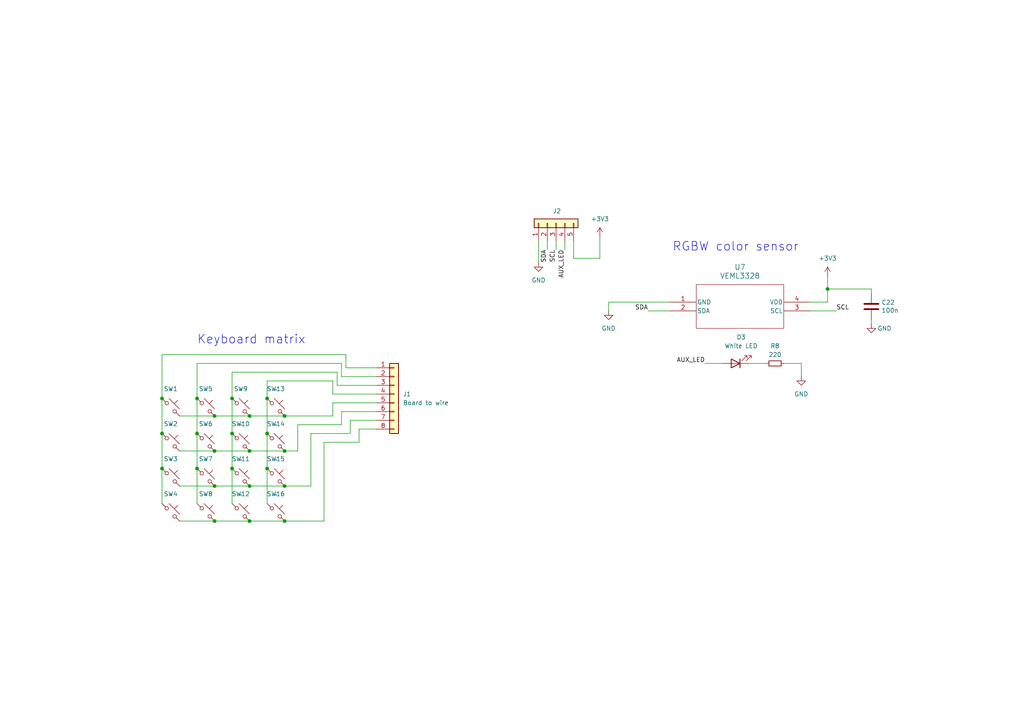
<source format=kicad_sch>
(kicad_sch (version 20250114) (generator "eeschema") (generator_version "9.0")
  (paper "A4")
  (title_block (title "Sisyphus keyboard") (date "2025-03-27") (rev "v0.1"))
  (lib_symbols
    (symbol "+3V3_1" (power) (pin_numbers (hide yes)) (pin_names (offset 0) (hide yes))
      (property "Value" "+3V3" (at 0 3.556 0))
      (symbol "+3V3_1_0_1"
        (polyline (pts (xy -0.762 1.27) (xy 0 2.54)))
        (polyline (pts (xy 0 2.54) (xy 0.762 1.27)))
        (polyline (pts (xy 0 0) (xy 0 2.54)))
      )
      (symbol "+3V3_1_1_1"
        (pin power_in line (at 0 0 90) (length 0) (name "~") (number "1"))
      )
    )
    (symbol "Connector_Generic:Conn_01x05" (pin_names (offset 1.016) (hide yes))
      (property "Reference" "J" (at 0 7.62 0))
      (property "Value" "Conn_01x05" (at 0 -7.62 0))
      (symbol "Conn_01x05_1_1"
        (rectangle (start -1.27 6.35) (end 1.27 -6.35) (stroke (width 0.254)) (fill (type background)))
        (rectangle (start -1.27 5.207) (end 0 4.953) (stroke (width 0.1524)))
        (rectangle (start -1.27 2.667) (end 0 2.413) (stroke (width 0.1524)))
        (rectangle (start -1.27 0.127) (end 0 -0.127) (stroke (width 0.1524)))
        (rectangle (start -1.27 -2.413) (end 0 -2.667) (stroke (width 0.1524)))
        (rectangle (start -1.27 -4.953) (end 0 -5.207) (stroke (width 0.1524)))
        (pin passive line (at -5.08 5.08 0) (length 3.81) (name "Pin_1") (number "1"))
        (pin passive line (at -5.08 2.54 0) (length 3.81) (name "Pin_2") (number "2"))
        (pin passive line (at -5.08 0 0) (length 3.81) (name "Pin_3") (number "3"))
        (pin passive line (at -5.08 -2.54 0) (length 3.81) (name "Pin_4") (number "4"))
        (pin passive line (at -5.08 -5.08 0) (length 3.81) (name "Pin_5") (number "5"))
      )
    )
    (symbol "Connector_Generic:Conn_01x08" (pin_names (offset 1.016) (hide yes))
      (property "Reference" "J" (at 0 10.16 0))
      (property "Value" "Conn_01x08" (at 0 -12.7 0))
      (symbol "Conn_01x08_1_1"
        (rectangle (start -1.27 8.89) (end 1.27 -11.43) (stroke (width 0.254)) (fill (type background)))
        (rectangle (start -1.27 7.747) (end 0 7.493) (stroke (width 0.1524)))
        (rectangle (start -1.27 5.207) (end 0 4.953) (stroke (width 0.1524)))
        (rectangle (start -1.27 2.667) (end 0 2.413) (stroke (width 0.1524)))
        (rectangle (start -1.27 0.127) (end 0 -0.127) (stroke (width 0.1524)))
        (rectangle (start -1.27 -2.413) (end 0 -2.667) (stroke (width 0.1524)))
        (rectangle (start -1.27 -4.953) (end 0 -5.207) (stroke (width 0.1524)))
        (rectangle (start -1.27 -7.493) (end 0 -7.747) (stroke (width 0.1524)))
        (rectangle (start -1.27 -10.033) (end 0 -10.287) (stroke (width 0.1524)))
        (pin passive line (at -5.08 7.62 0) (length 3.81) (name "Pin_1") (number "1"))
        (pin passive line (at -5.08 5.08 0) (length 3.81) (name "Pin_2") (number "2"))
        (pin passive line (at -5.08 2.54 0) (length 3.81) (name "Pin_3") (number "3"))
        (pin passive line (at -5.08 0 0) (length 3.81) (name "Pin_4") (number "4"))
        (pin passive line (at -5.08 -2.54 0) (length 3.81) (name "Pin_5") (number "5"))
        (pin passive line (at -5.08 -5.08 0) (length 3.81) (name "Pin_6") (number "6"))
        (pin passive line (at -5.08 -7.62 0) (length 3.81) (name "Pin_7") (number "7"))
        (pin passive line (at -5.08 -10.16 0) (length 3.81) (name "Pin_8") (number "8"))
      )
    )
    (symbol "Device:C" (pin_numbers (hide yes)) (pin_names (offset 0.254))
      (property "Reference" "C" (at 0.635 2.54 0))
      (property "Value" "C" (at 0.635 -2.54 0))
      (symbol "C_0_1"
        (polyline (pts (xy -2.032 0.762) (xy 2.032 0.762)) (stroke (width 0.508)))
        (polyline (pts (xy -2.032 -0.762) (xy 2.032 -0.762)) (stroke (width 0.508)))
      )
      (symbol "C_1_1"
        (pin passive line (at 0 3.81 270) (length 2.794) (name "~") (number "1"))
        (pin passive line (at 0 -3.81 90) (length 2.794) (name "~") (number "2"))
      )
    )
    (symbol "Device:LED" (pin_numbers (hide yes)) (pin_names (offset 1.016) (hide yes))
      (property "Reference" "D" (at 0 2.54 0))
      (property "Value" "LED" (at 0 -2.54 0))
      (symbol "LED_0_1"
        (polyline (pts (xy -3.048 -0.762) (xy -4.572 -2.286) (xy -3.81 -2.286) (xy -4.572 -2.286) (xy -4.572 -1.524)))
        (polyline (pts (xy -1.778 -0.762) (xy -3.302 -2.286) (xy -2.54 -2.286) (xy -3.302 -2.286) (xy -3.302 -1.524)))
        (polyline (pts (xy -1.27 0) (xy 1.27 0)))
        (polyline (pts (xy -1.27 -1.27) (xy -1.27 1.27)) (stroke (width 0.254)))
        (polyline (pts (xy 1.27 -1.27) (xy 1.27 1.27) (xy -1.27 0) (xy 1.27 -1.27)) (stroke (width 0.254)))
      )
      (symbol "LED_1_1"
        (pin passive line (at -3.81 0 0) (length 2.54) (name "K") (number "1"))
        (pin passive line (at 3.81 0 180) (length 2.54) (name "A") (number "2"))
      )
    )
    (symbol "Device:R_Small" (pin_numbers (hide yes)) (pin_names (offset 0.254) (hide yes))
      (property "Reference" "R" (at 0.762 0.508 0))
      (property "Value" "R_Small" (at 0.762 -1.016 0))
      (symbol "R_Small_0_1"
        (rectangle (start -0.762 1.778) (end 0.762 -1.778) (stroke (width 0.2032)))
      )
      (symbol "R_Small_1_1"
        (pin passive line (at 0 2.54 270) (length 0.762) (name "~") (number "1"))
        (pin passive line (at 0 -2.54 90) (length 0.762) (name "~") (number "2"))
      )
    )
    (symbol "GND_3" (power) (pin_numbers (hide yes)) (pin_names (offset 0) (hide yes))
      (property "Value" "GND" (at 0 -3.81 0))
      (symbol "GND_3_0_1"
        (polyline (pts (xy 0 0) (xy 0 -1.27) (xy 1.27 -1.27) (xy 0 -2.54) (xy -1.27 -1.27) (xy 0 -1.27)))
      )
      (symbol "GND_3_1_1"
        (pin power_in line (at 0 0 270) (length 0) (name "~") (number "1"))
      )
    )
    (symbol "Switch:SW_Push_45deg" (pin_numbers (hide yes)) (pin_names (offset 1.016) (hide yes))
      (property "Reference" "SW" (at 3.048 1.016 0))
      (property "Value" "SW_Push_45deg" (at 0 -3.81 0))
      (symbol "SW_Push_45deg_0_1"
        (polyline (pts (xy -2.54 2.54) (xy -1.524 1.524) (xy -1.524 1.524)))
        (circle (center -1.1684 1.1684) (radius 0.508))
        (polyline (pts (xy -0.508 2.54) (xy 2.54 -0.508)))
        (polyline (pts (xy 1.016 1.016) (xy 2.032 2.032)))
        (circle (center 1.143 -1.1938) (radius 0.508))
        (polyline (pts (xy 1.524 -1.524) (xy 2.54 -2.54) (xy 2.54 -2.54) (xy 2.54 -2.54)))
        (pin passive line (at -2.54 2.54 0) (length 0) (name "1") (number "1"))
        (pin passive line (at 2.54 -2.54 180) (length 0) (name "2") (number "2"))
      )
    )
    (symbol "power:GND" (power) (pin_names (offset 0))
      (property "Value" "GND" (at 0 -3.81 0))
      (symbol "GND_0_1"
        (polyline (pts (xy 0 0) (xy 0 -1.27) (xy 1.27 -1.27) (xy 0 -2.54) (xy -1.27 -1.27) (xy 0 -1.27)))
      )
      (symbol "GND_1_1"
        (pin power_in line (at 0 0 270) (length 0) (hide yes) (name "GND") (number "1"))
      )
    )
    (symbol "sisyphus:VEML3328" (pin_names (offset 0.254))
      (property "Reference" "U" (at 20.32 10.16 0))
      (property "Value" "VEML3328" (at 20.32 7.62 0))
      (symbol "VEML3328_0_1"
        (polyline (pts (xy 7.62 5.08) (xy 7.62 -7.62)) (stroke (width 0.127)))
        (polyline (pts (xy 7.62 -7.62) (xy 33.02 -7.62)) (stroke (width 0.127)))
        (polyline (pts (xy 33.02 5.08) (xy 7.62 5.08)) (stroke (width 0.127)))
        (polyline (pts (xy 33.02 -7.62) (xy 33.02 5.08)) (stroke (width 0.127)))
      )
      (symbol "VEML3328_1_1"
        (pin power_in line (at 0 0 0) (length 7.62) (name "GND") (number "1"))
        (pin bidirectional line (at 0 -2.54 0) (length 7.62) (name "SDA") (number "2"))
        (pin power_in line (at 40.64 0 180) (length 7.62) (name "VDD") (number "4"))
        (pin input line (at 40.64 -2.54 180) (length 7.62) (name "SCL") (number "3"))
      )
    )
  )
  (text "Keyboard matrix" (at 72.898 98.552 0) (effects (font (size 2.54 2.54))))
  (text "RGBW color sensor" (at 213.36 71.628 0) (effects (font (size 2.54 2.54))))
  (junction (at 67.31 135.89))
  (junction (at 62.23 120.65))
  (junction (at 72.39 130.81))
  (junction (at 82.55 120.65))
  (junction (at 72.39 151.13))
  (junction (at 82.55 140.97))
  (junction (at 72.39 140.97))
  (junction (at 62.23 151.13))
  (junction (at 57.15 115.57))
  (junction (at 46.99 135.89))
  (junction (at 57.15 125.73))
  (junction (at 62.23 130.81))
  (junction (at 46.99 125.73))
  (junction (at 67.31 125.73))
  (junction (at 67.31 115.57))
  (junction (at 46.99 115.57))
  (junction (at 82.55 130.81))
  (junction (at 240.03 83.82))
  (junction (at 72.39 120.65))
  (junction (at 77.47 115.57))
  (junction (at 77.47 135.89))
  (junction (at 77.47 125.73))
  (junction (at 57.15 135.89))
  (junction (at 62.23 140.97))
  (junction (at 82.55 151.13))
  (wire (pts (xy 67.31 107.95) (xy 97.79 107.95)))
  (wire (pts (xy 100.33 106.68) (xy 109.22 106.68)))
  (wire (pts (xy 72.39 120.65) (xy 82.55 120.65)))
  (wire (pts (xy 57.15 105.41) (xy 99.06 105.41)))
  (wire (pts (xy 86.36 123.19) (xy 99.06 123.19)))
  (wire (pts (xy 90.17 125.73) (xy 101.6 125.73)))
  (wire (pts (xy 109.22 116.84) (xy 96.52 116.84)))
  (wire (pts (xy 46.99 135.89) (xy 46.99 146.05)))
  (wire (pts (xy 72.39 130.81) (xy 82.55 130.81)))
  (wire (pts (xy 57.15 135.89) (xy 57.15 146.05)))
  (wire (pts (xy 104.14 128.27) (xy 104.14 124.46)))
  (wire (pts (xy 52.07 130.81) (xy 62.23 130.81)))
  (wire (pts (xy 234.95 90.17) (xy 242.57 90.17)))
  (wire (pts (xy 72.39 151.13) (xy 82.55 151.13)))
  (wire (pts (xy 101.6 125.73) (xy 101.6 121.92)))
  (wire (pts (xy 240.03 83.82) (xy 240.03 80.01)))
  (wire (pts (xy 46.99 125.73) (xy 46.99 135.89)))
  (wire (pts (xy 166.37 69.85) (xy 166.37 74.93)))
  (wire (pts (xy 240.03 83.82) (xy 252.73 83.82)))
  (wire (pts (xy 227.33 105.41) (xy 232.41 105.41)))
  (wire (pts (xy 101.6 121.92) (xy 109.22 121.92)))
  (wire (pts (xy 97.79 111.76) (xy 109.22 111.76)))
  (wire (pts (xy 176.53 87.63) (xy 176.53 90.17)))
  (wire (pts (xy 93.98 151.13) (xy 82.55 151.13)))
  (wire (pts (xy 62.23 130.81) (xy 72.39 130.81)))
  (wire (pts (xy 99.06 119.38) (xy 109.22 119.38)))
  (wire (pts (xy 90.17 140.97) (xy 82.55 140.97)))
  (wire (pts (xy 46.99 102.87) (xy 46.99 115.57)))
  (wire (pts (xy 99.06 123.19) (xy 99.06 119.38)))
  (wire (pts (xy 163.83 69.85) (xy 163.83 72.39)))
  (wire (pts (xy 62.23 120.65) (xy 72.39 120.65)))
  (wire (pts (xy 52.07 120.65) (xy 62.23 120.65)))
  (wire (pts (xy 62.23 140.97) (xy 72.39 140.97)))
  (wire (pts (xy 77.47 110.49) (xy 77.47 115.57)))
  (wire (pts (xy 161.29 69.85) (xy 161.29 72.39)))
  (wire (pts (xy 173.99 68.58) (xy 173.99 74.93)))
  (wire (pts (xy 96.52 114.3) (xy 109.22 114.3)))
  (wire (pts (xy 57.15 125.73) (xy 57.15 135.89)))
  (wire (pts (xy 104.14 124.46) (xy 109.22 124.46)))
  (wire (pts (xy 77.47 110.49) (xy 96.52 110.49)))
  (wire (pts (xy 96.52 114.3) (xy 96.52 110.49)))
  (wire (pts (xy 204.47 105.41) (xy 209.55 105.41)))
  (wire (pts (xy 77.47 135.89) (xy 77.47 146.05)))
  (wire (pts (xy 194.31 87.63) (xy 176.53 87.63)))
  (wire (pts (xy 100.33 106.68) (xy 100.33 102.87)))
  (wire (pts (xy 67.31 135.89) (xy 67.31 146.05)))
  (wire (pts (xy 52.07 151.13) (xy 62.23 151.13)))
  (wire (pts (xy 77.47 115.57) (xy 77.47 125.73)))
  (wire (pts (xy 156.21 69.85) (xy 156.21 76.2)))
  (wire (pts (xy 77.47 125.73) (xy 77.47 135.89)))
  (wire (pts (xy 86.36 130.81) (xy 82.55 130.81)))
  (wire (pts (xy 97.79 111.76) (xy 97.79 107.95)))
  (wire (pts (xy 109.22 109.22) (xy 99.06 109.22)))
  (wire (pts (xy 99.06 109.22) (xy 99.06 105.41)))
  (wire (pts (xy 252.73 92.71) (xy 252.73 93.98)))
  (wire (pts (xy 52.07 140.97) (xy 62.23 140.97)))
  (wire (pts (xy 252.73 85.09) (xy 252.73 83.82)))
  (wire (pts (xy 67.31 115.57) (xy 67.31 125.73)))
  (wire (pts (xy 217.17 105.41) (xy 222.25 105.41)))
  (wire (pts (xy 57.15 115.57) (xy 57.15 125.73)))
  (wire (pts (xy 67.31 125.73) (xy 67.31 135.89)))
  (wire (pts (xy 166.37 74.93) (xy 173.99 74.93)))
  (wire (pts (xy 93.98 128.27) (xy 93.98 151.13)))
  (wire (pts (xy 240.03 87.63) (xy 240.03 83.82)))
  (wire (pts (xy 62.23 151.13) (xy 72.39 151.13)))
  (wire (pts (xy 57.15 105.41) (xy 57.15 115.57)))
  (wire (pts (xy 90.17 125.73) (xy 90.17 140.97)))
  (wire (pts (xy 96.52 120.65) (xy 82.55 120.65)))
  (wire (pts (xy 86.36 123.19) (xy 86.36 130.81)))
  (wire (pts (xy 46.99 115.57) (xy 46.99 125.73)))
  (wire (pts (xy 72.39 140.97) (xy 82.55 140.97)))
  (wire (pts (xy 96.52 116.84) (xy 96.52 120.65)))
  (wire (pts (xy 93.98 128.27) (xy 104.14 128.27)))
  (wire (pts (xy 158.75 69.85) (xy 158.75 72.39)))
  (wire (pts (xy 67.31 107.95) (xy 67.31 115.57)))
  (wire (pts (xy 234.95 87.63) (xy 240.03 87.63)))
  (wire (pts (xy 187.96 90.17) (xy 194.31 90.17)))
  (wire (pts (xy 232.41 105.41) (xy 232.41 109.22)))
  (wire (pts (xy 46.99 102.87) (xy 100.33 102.87)))
  (label "AUX_LED" (at 163.83 72.39 270))
  (label "SCL" (at 242.57 90.17 0))
  (label "AUX_LED" (at 204.47 105.41 180))
  (label "SDA" (at 187.96 90.17 180))
  (label "SDA" (at 158.75 72.39 270))
  (label "SCL" (at 161.29 72.39 270))
  (symbol (lib_id "Device:LED") (at 213.36 105.41 180) (unit 1)
    (property "Reference" "D3" (at 214.9475 97.79 0))
    (property "Value" "White LED" (at 214.9475 100.33 0))
    (property "Footprint" "LED_SMD:LED_0402_1005Metric" (effects (hide yes)))
    (property "Description" "Light emitting diode" (effects (hide yes)))
    (property "Sim.Pins" "1=K 2=A" (effects (hide yes)))
  )
  (symbol (lib_id "Switch:SW_Push_45deg") (at 49.53 138.43 0) (unit 1)
    (property "Reference" "SW3" (at 49.53 133.096 0))
    (property "Value" "~" (at 49.53 133.35 0))
    (property "Footprint" "Button_Switch_THT:SW_PUSH-12mm" (effects (hide yes)))
    (property "Description" "Push button switch, normally open, two pins, 45° tilted" (effects (hide yes)))
  )
  (symbol (lib_id "Switch:SW_Push_45deg") (at 69.85 118.11 0) (unit 1)
    (property "Reference" "SW9" (at 69.85 112.776 0))
    (property "Value" "~" (at 69.85 113.03 0))
    (property "Footprint" "Button_Switch_THT:SW_PUSH-12mm" (effects (hide yes)))
    (property "Description" "Push button switch, normally open, two pins, 45° tilted" (effects (hide yes)))
  )
  (symbol (lib_name "GND_3") (lib_id "power:GND") (at 176.53 90.17 0) (unit 1)
    (property "Reference" "#PWR041" (effects (hide yes)))
    (property "Value" "GND" (at 176.53 95.25 0))
    (property "Description" "Power symbol creates a global label with name \"GND\" , ground" (effects (hide yes)))
  )
  (symbol (lib_id "Switch:SW_Push_45deg") (at 69.85 138.43 0) (unit 1)
    (property "Reference" "SW11" (at 69.85 133.096 0))
    (property "Value" "~" (at 69.85 133.35 0))
    (property "Footprint" "Button_Switch_THT:SW_PUSH-12mm" (effects (hide yes)))
    (property "Description" "Push button switch, normally open, two pins, 45° tilted" (effects (hide yes)))
  )
  (symbol (lib_id "Switch:SW_Push_45deg") (at 80.01 148.59 0) (unit 1)
    (property "Reference" "SW16" (at 80.01 143.256 0))
    (property "Value" "~" (at 80.01 143.51 0))
    (property "Footprint" "Button_Switch_THT:SW_PUSH-12mm" (effects (hide yes)))
    (property "Description" "Push button switch, normally open, two pins, 45° tilted" (effects (hide yes)))
  )
  (symbol (lib_id "Switch:SW_Push_45deg") (at 49.53 148.59 0) (unit 1)
    (property "Reference" "SW4" (at 49.53 143.256 0))
    (property "Value" "~" (at 49.53 143.51 0))
    (property "Footprint" "Button_Switch_THT:SW_PUSH-12mm" (effects (hide yes)))
    (property "Description" "Push button switch, normally open, two pins, 45° tilted" (effects (hide yes)))
  )
  (symbol (lib_id "Switch:SW_Push_45deg") (at 59.69 118.11 0) (unit 1)
    (property "Reference" "SW5" (at 59.69 112.776 0))
    (property "Value" "~" (at 59.69 113.03 0))
    (property "Footprint" "Button_Switch_THT:SW_PUSH-12mm" (effects (hide yes)))
    (property "Description" "Push button switch, normally open, two pins, 45° tilted" (effects (hide yes)))
  )
  (symbol (lib_id "Switch:SW_Push_45deg") (at 59.69 128.27 0) (unit 1)
    (property "Reference" "SW6" (at 59.69 122.936 0))
    (property "Value" "~" (at 59.69 123.19 0))
    (property "Footprint" "Button_Switch_THT:SW_PUSH-12mm" (effects (hide yes)))
    (property "Description" "Push button switch, normally open, two pins, 45° tilted" (effects (hide yes)))
  )
  (symbol (lib_id "Switch:SW_Push_45deg") (at 49.53 128.27 0) (unit 1)
    (property "Reference" "SW2" (at 49.53 122.936 0))
    (property "Value" "~" (at 49.53 123.19 0))
    (property "Footprint" "Button_Switch_THT:SW_PUSH-12mm" (effects (hide yes)))
    (property "Description" "Push button switch, normally open, two pins, 45° tilted" (effects (hide yes)))
  )
  (symbol (lib_id "Switch:SW_Push_45deg") (at 59.69 138.43 0) (unit 1)
    (property "Reference" "SW7" (at 59.69 133.096 0))
    (property "Value" "~" (at 59.69 133.35 0))
    (property "Footprint" "Button_Switch_THT:SW_PUSH-12mm" (effects (hide yes)))
    (property "Description" "Push button switch, normally open, two pins, 45° tilted" (effects (hide yes)))
  )
  (symbol (lib_id "sisyphus:VEML3328") (at 194.31 87.63 0) (unit 1)
    (property "Reference" "U7" (at 214.63 77.47 0) (effects (font (size 1.524 1.524))))
    (property "Value" "VEML3328" (at 214.63 80.01 0) (effects (font (size 1.524 1.524))))
    (property "Footprint" "sisyphus:SMD_L3328_VIS" (effects (hide yes)))
    (property "Datasheet" "https://www.vishay.com/docs/84968/veml3328.pdf" (effects (hide yes)))
    (property "Description" "I2C RGBW light sensor" (effects (hide yes)))
  )
  (symbol (lib_id "Device:R_Small") (at 224.79 105.41 90) (unit 1)
    (property "Reference" "R8" (at 224.79 100.33 90))
    (property "Value" "220" (at 224.79 102.87 90))
    (property "Footprint" "Resistor_SMD:R_0402_1005Metric" (effects (hide yes)))
    (property "Description" "Resistor, small symbol" (effects (hide yes)))
  )
  (symbol (lib_id "Connector_Generic:Conn_01x05") (at 161.29 64.77 90) (unit 1)
    (property "Reference" "J2" (at 161.544 61.214 90))
    (property "Value" "Conn_01x05" (effects (hide yes)))
    (property "Footprint" "Connector_JST:JST_XH_S5B-XH-A_1x05_P2.50mm_Horizontal" (effects (hide yes)))
    (property "Description" "Generic connector, single row, 01x05, script generated (kicad-library-utils/schlib/autogen/connector/)" (effects (hide yes)))
  )
  (symbol (lib_name "+3V3_1") (lib_id "power:+3V3") (at 240.03 80.01 0) (unit 1)
    (property "Reference" "#PWR042" (effects (hide yes)))
    (property "Value" "+3V3" (at 240.03 74.93 0))
    (property "Description" "Power symbol creates a global label with name \"+3V3\"" (effects (hide yes)))
  )
  (symbol (lib_name "GND_3") (lib_id "power:GND") (at 232.41 109.22 0) (unit 1)
    (property "Reference" "#PWR044" (effects (hide yes)))
    (property "Value" "GND" (at 232.41 114.3 0))
    (property "Description" "Power symbol creates a global label with name \"GND\" , ground" (effects (hide yes)))
  )
  (symbol (lib_id "Switch:SW_Push_45deg") (at 59.69 148.59 0) (unit 1)
    (property "Reference" "SW8" (at 59.69 143.256 0))
    (property "Value" "~" (at 59.69 143.51 0))
    (property "Footprint" "Button_Switch_THT:SW_PUSH-12mm" (effects (hide yes)))
    (property "Description" "Push button switch, normally open, two pins, 45° tilted" (effects (hide yes)))
  )
  (symbol (lib_id "power:GND") (at 252.73 93.98 0) (unit 1)
    (property "Reference" "#PWR043" (effects (hide yes)))
    (property "Value" "GND" (at 256.54 95.25 0))
  )
  (symbol (lib_name "GND_3") (lib_id "power:GND") (at 156.21 76.2 0) (mirror y) (unit 1)
    (property "Reference" "#PWR045" (effects (hide yes)))
    (property "Value" "GND" (at 156.21 81.28 0))
    (property "Description" "Power symbol creates a global label with name \"GND\" , ground" (effects (hide yes)))
  )
  (symbol (lib_id "Switch:SW_Push_45deg") (at 69.85 148.59 0) (unit 1)
    (property "Reference" "SW12" (at 69.85 143.256 0))
    (property "Value" "~" (at 69.85 143.51 0))
    (property "Footprint" "Button_Switch_THT:SW_PUSH-12mm" (effects (hide yes)))
    (property "Description" "Push button switch, normally open, two pins, 45° tilted" (effects (hide yes)))
  )
  (symbol (lib_id "Switch:SW_Push_45deg") (at 49.53 118.11 0) (unit 1)
    (property "Reference" "SW1" (at 49.53 112.776 0))
    (property "Value" "~" (at 49.53 113.03 0))
    (property "Footprint" "Button_Switch_THT:SW_PUSH-12mm" (effects (hide yes)))
    (property "Description" "Push button switch, normally open, two pins, 45° tilted" (effects (hide yes)))
  )
  (symbol (lib_id "Switch:SW_Push_45deg") (at 80.01 138.43 0) (unit 1)
    (property "Reference" "SW15" (at 80.01 133.096 0))
    (property "Value" "~" (at 80.01 133.35 0))
    (property "Footprint" "Button_Switch_THT:SW_PUSH-12mm" (effects (hide yes)))
    (property "Description" "Push button switch, normally open, two pins, 45° tilted" (effects (hide yes)))
  )
  (symbol (lib_name "+3V3_1") (lib_id "power:+3V3") (at 173.99 68.58 0) (unit 1)
    (property "Reference" "#PWR046" (effects (hide yes)))
    (property "Value" "+3V3" (at 173.99 63.5 0))
    (property "Description" "Power symbol creates a global label with name \"+3V3\"" (effects (hide yes)))
  )
  (symbol (lib_id "Switch:SW_Push_45deg") (at 80.01 128.27 0) (unit 1)
    (property "Reference" "SW14" (at 80.01 122.936 0))
    (property "Value" "~" (at 80.01 123.19 0))
    (property "Footprint" "Button_Switch_THT:SW_PUSH-12mm" (effects (hide yes)))
    (property "Description" "Push button switch, normally open, two pins, 45° tilted" (effects (hide yes)))
  )
  (symbol (lib_id "Switch:SW_Push_45deg") (at 69.85 128.27 0) (unit 1)
    (property "Reference" "SW10" (at 69.85 122.936 0))
    (property "Value" "~" (at 69.85 123.19 0))
    (property "Footprint" "Button_Switch_THT:SW_PUSH-12mm" (effects (hide yes)))
    (property "Description" "Push button switch, normally open, two pins, 45° tilted" (effects (hide yes)))
  )
  (symbol (lib_id "Switch:SW_Push_45deg") (at 80.01 118.11 0) (unit 1)
    (property "Reference" "SW13" (at 80.01 112.776 0))
    (property "Value" "~" (at 80.01 113.03 0))
    (property "Footprint" "Button_Switch_THT:SW_PUSH-12mm" (effects (hide yes)))
    (property "Description" "Push button switch, normally open, two pins, 45° tilted" (effects (hide yes)))
  )
  (symbol (lib_id "Connector_Generic:Conn_01x08") (at 114.3 114.3 0) (unit 1)
    (property "Reference" "J1" (at 116.84 114.2999 0) (effects (justify left)))
    (property "Value" "Board to wire" (at 116.84 116.8399 0) (effects (justify left)))
    (property "Footprint" "Connector_JST:JST_XH_S8B-XH-A_1x08_P2.50mm_Horizontal" (effects (hide yes)))
    (property "Description" "Generic connector, single row, 01x08, script generated (kicad-library-utils/schlib/autogen/connector/)" (effects (hide yes)))
  )
  (symbol (lib_id "Device:C") (at 252.73 88.9 0) (unit 1)
    (property "Reference" "C22" (at 255.651 87.7316 0) (effects (justify left)))
    (property "Value" "100n" (at 255.651 90.043 0) (effects (justify left)))
    (property "Footprint" "Capacitor_SMD:C_0402_1005Metric" (effects (hide yes)))
  )
)
</source>
